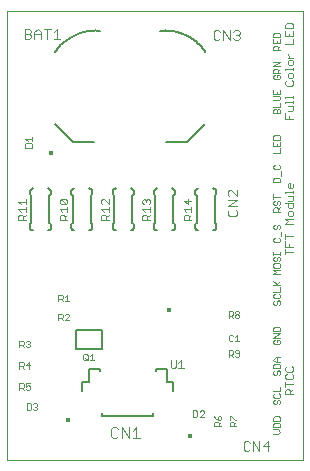
<source format=gto>
G75*
%MOIN*%
%OFA0B0*%
%FSLAX25Y25*%
%IPPOS*%
%LPD*%
%AMOC8*
5,1,8,0,0,1.08239X$1,22.5*
%
%ADD10C,0.00000*%
%ADD11C,0.00200*%
%ADD12R,0.01575X0.01575*%
%ADD13C,0.00500*%
%ADD14C,0.00300*%
%ADD15C,0.00400*%
%ADD16C,0.00600*%
D10*
X0037739Y0009674D02*
X0037739Y0159280D01*
X0136164Y0159280D01*
X0136164Y0009674D01*
X0037739Y0009674D01*
D11*
X0044118Y0026309D02*
X0045200Y0026309D01*
X0045561Y0026670D01*
X0045561Y0028113D01*
X0045200Y0028473D01*
X0044118Y0028473D01*
X0044118Y0026309D01*
X0046293Y0026670D02*
X0046654Y0026309D01*
X0047375Y0026309D01*
X0047736Y0026670D01*
X0047736Y0027031D01*
X0047375Y0027391D01*
X0047015Y0027391D01*
X0047375Y0027391D02*
X0047736Y0027752D01*
X0047736Y0028113D01*
X0047375Y0028473D01*
X0046654Y0028473D01*
X0046293Y0028113D01*
X0045013Y0033002D02*
X0044292Y0033002D01*
X0043931Y0033363D01*
X0043931Y0034084D02*
X0044653Y0034445D01*
X0045013Y0034445D01*
X0045374Y0034084D01*
X0045374Y0033363D01*
X0045013Y0033002D01*
X0043931Y0034084D02*
X0043931Y0035166D01*
X0045374Y0035166D01*
X0043199Y0034806D02*
X0043199Y0034084D01*
X0042838Y0033724D01*
X0041756Y0033724D01*
X0042477Y0033724D02*
X0043199Y0033002D01*
X0041756Y0033002D02*
X0041756Y0035166D01*
X0042838Y0035166D01*
X0043199Y0034806D01*
X0043199Y0040089D02*
X0042477Y0040810D01*
X0042838Y0040810D02*
X0041756Y0040810D01*
X0041756Y0040089D02*
X0041756Y0042253D01*
X0042838Y0042253D01*
X0043199Y0041892D01*
X0043199Y0041171D01*
X0042838Y0040810D01*
X0043931Y0041171D02*
X0045013Y0042253D01*
X0045013Y0040089D01*
X0045374Y0041171D02*
X0043931Y0041171D01*
X0044292Y0047176D02*
X0043931Y0047536D01*
X0044292Y0047176D02*
X0045013Y0047176D01*
X0045374Y0047536D01*
X0045374Y0047897D01*
X0045013Y0048258D01*
X0044653Y0048258D01*
X0045013Y0048258D02*
X0045374Y0048618D01*
X0045374Y0048979D01*
X0045013Y0049340D01*
X0044292Y0049340D01*
X0043931Y0048979D01*
X0043199Y0048979D02*
X0043199Y0048258D01*
X0042838Y0047897D01*
X0041756Y0047897D01*
X0041756Y0047176D02*
X0041756Y0049340D01*
X0042838Y0049340D01*
X0043199Y0048979D01*
X0042477Y0047897D02*
X0043199Y0047176D01*
X0054748Y0056231D02*
X0054748Y0058395D01*
X0055830Y0058395D01*
X0056191Y0058034D01*
X0056191Y0057313D01*
X0055830Y0056952D01*
X0054748Y0056952D01*
X0055470Y0056952D02*
X0056191Y0056231D01*
X0056923Y0056231D02*
X0058366Y0057673D01*
X0058366Y0058034D01*
X0058005Y0058395D01*
X0057284Y0058395D01*
X0056923Y0058034D01*
X0056923Y0056231D02*
X0058366Y0056231D01*
X0058366Y0062530D02*
X0056923Y0062530D01*
X0057645Y0062530D02*
X0057645Y0064694D01*
X0056923Y0063973D01*
X0056191Y0064333D02*
X0056191Y0063612D01*
X0055830Y0063251D01*
X0054748Y0063251D01*
X0054748Y0062530D02*
X0054748Y0064694D01*
X0055830Y0064694D01*
X0056191Y0064333D01*
X0055470Y0063251D02*
X0056191Y0062530D01*
X0063377Y0045009D02*
X0064098Y0045009D01*
X0064459Y0044648D01*
X0064459Y0043206D01*
X0064098Y0042845D01*
X0063377Y0042845D01*
X0063016Y0043206D01*
X0063016Y0044648D01*
X0063377Y0045009D01*
X0063737Y0043566D02*
X0064459Y0042845D01*
X0065191Y0042845D02*
X0066634Y0042845D01*
X0065912Y0042845D02*
X0065912Y0045009D01*
X0065191Y0044288D01*
X0092131Y0042844D02*
X0092131Y0040675D01*
X0092565Y0040242D01*
X0093432Y0040242D01*
X0093866Y0040675D01*
X0093866Y0042844D01*
X0094709Y0041977D02*
X0095577Y0042844D01*
X0095577Y0040242D01*
X0096444Y0040242D02*
X0094709Y0040242D01*
X0099650Y0026111D02*
X0100732Y0026111D01*
X0101092Y0025751D01*
X0101092Y0024308D01*
X0100732Y0023947D01*
X0099650Y0023947D01*
X0099650Y0026111D01*
X0101825Y0025751D02*
X0102185Y0026111D01*
X0102907Y0026111D01*
X0103267Y0025751D01*
X0103267Y0025390D01*
X0101825Y0023947D01*
X0103267Y0023947D01*
X0106734Y0024396D02*
X0107095Y0023675D01*
X0107816Y0022953D01*
X0107816Y0024035D01*
X0108177Y0024396D01*
X0108538Y0024396D01*
X0108898Y0024035D01*
X0108898Y0023314D01*
X0108538Y0022953D01*
X0107816Y0022953D01*
X0107816Y0022221D02*
X0108177Y0021860D01*
X0108177Y0020778D01*
X0108898Y0020778D02*
X0106734Y0020778D01*
X0106734Y0021860D01*
X0107095Y0022221D01*
X0107816Y0022221D01*
X0108177Y0021500D02*
X0108898Y0022221D01*
X0111852Y0021860D02*
X0111852Y0020778D01*
X0114017Y0020778D01*
X0113295Y0020778D02*
X0113295Y0021860D01*
X0112934Y0022221D01*
X0112213Y0022221D01*
X0111852Y0021860D01*
X0111852Y0022953D02*
X0111852Y0024396D01*
X0112213Y0024396D01*
X0113656Y0022953D01*
X0114017Y0022953D01*
X0114017Y0022221D02*
X0113295Y0021500D01*
X0126419Y0021580D02*
X0126419Y0020498D01*
X0128583Y0020498D01*
X0128583Y0021580D01*
X0128223Y0021940D01*
X0126780Y0021940D01*
X0126419Y0021580D01*
X0126419Y0022673D02*
X0126419Y0023755D01*
X0126780Y0024115D01*
X0128223Y0024115D01*
X0128583Y0023755D01*
X0128583Y0022673D01*
X0126419Y0022673D01*
X0126419Y0019765D02*
X0127862Y0019765D01*
X0128583Y0019044D01*
X0127862Y0018322D01*
X0126419Y0018322D01*
X0126780Y0028165D02*
X0127141Y0028165D01*
X0127501Y0028526D01*
X0127501Y0029247D01*
X0127862Y0029608D01*
X0128223Y0029608D01*
X0128583Y0029247D01*
X0128583Y0028526D01*
X0128223Y0028165D01*
X0126780Y0028165D02*
X0126419Y0028526D01*
X0126419Y0029247D01*
X0126780Y0029608D01*
X0126780Y0030340D02*
X0128223Y0030340D01*
X0128583Y0030701D01*
X0128583Y0031422D01*
X0128223Y0031783D01*
X0128583Y0032515D02*
X0126419Y0032515D01*
X0126780Y0031783D02*
X0126419Y0031422D01*
X0126419Y0030701D01*
X0126780Y0030340D01*
X0128583Y0032515D02*
X0128583Y0033958D01*
X0130356Y0034008D02*
X0130356Y0035713D01*
X0130356Y0034861D02*
X0132914Y0034861D01*
X0132914Y0033176D02*
X0132061Y0032323D01*
X0132061Y0032750D02*
X0132061Y0031470D01*
X0132914Y0031470D02*
X0130356Y0031470D01*
X0130356Y0032750D01*
X0130782Y0033176D01*
X0131635Y0033176D01*
X0132061Y0032750D01*
X0132488Y0036546D02*
X0130782Y0036546D01*
X0130356Y0036972D01*
X0130356Y0037825D01*
X0130782Y0038251D01*
X0130782Y0039083D02*
X0132488Y0039083D01*
X0132914Y0039510D01*
X0132914Y0040362D01*
X0132488Y0040789D01*
X0130782Y0040789D02*
X0130356Y0040362D01*
X0130356Y0039510D01*
X0130782Y0039083D01*
X0132488Y0038251D02*
X0132914Y0037825D01*
X0132914Y0036972D01*
X0132488Y0036546D01*
X0128583Y0038368D02*
X0128223Y0038007D01*
X0128583Y0038368D02*
X0128583Y0039089D01*
X0128223Y0039450D01*
X0127862Y0039450D01*
X0127501Y0039089D01*
X0127501Y0038368D01*
X0127141Y0038007D01*
X0126780Y0038007D01*
X0126419Y0038368D01*
X0126419Y0039089D01*
X0126780Y0039450D01*
X0126419Y0040183D02*
X0126419Y0041265D01*
X0126780Y0041625D01*
X0128223Y0041625D01*
X0128583Y0041265D01*
X0128583Y0040183D01*
X0126419Y0040183D01*
X0127141Y0042358D02*
X0126419Y0043079D01*
X0127141Y0043800D01*
X0128583Y0043800D01*
X0127501Y0043800D02*
X0127501Y0042358D01*
X0127141Y0042358D02*
X0128583Y0042358D01*
X0128223Y0048244D02*
X0126780Y0048244D01*
X0126419Y0048604D01*
X0126419Y0049326D01*
X0126780Y0049686D01*
X0127501Y0049686D02*
X0127501Y0048965D01*
X0127501Y0049686D02*
X0128223Y0049686D01*
X0128583Y0049326D01*
X0128583Y0048604D01*
X0128223Y0048244D01*
X0128583Y0050419D02*
X0126419Y0050419D01*
X0128583Y0051861D01*
X0126419Y0051861D01*
X0126419Y0052594D02*
X0126419Y0053676D01*
X0126780Y0054037D01*
X0128223Y0054037D01*
X0128583Y0053676D01*
X0128583Y0052594D01*
X0126419Y0052594D01*
X0126780Y0061329D02*
X0127141Y0061329D01*
X0127501Y0061690D01*
X0127501Y0062411D01*
X0127862Y0062772D01*
X0128223Y0062772D01*
X0128583Y0062411D01*
X0128583Y0061690D01*
X0128223Y0061329D01*
X0126780Y0061329D02*
X0126419Y0061690D01*
X0126419Y0062411D01*
X0126780Y0062772D01*
X0126780Y0063504D02*
X0128223Y0063504D01*
X0128583Y0063865D01*
X0128583Y0064586D01*
X0128223Y0064947D01*
X0128583Y0065680D02*
X0128583Y0067122D01*
X0128583Y0067855D02*
X0126419Y0067855D01*
X0127501Y0068215D02*
X0128583Y0069297D01*
X0127862Y0067855D02*
X0126419Y0069297D01*
X0126419Y0071534D02*
X0127141Y0072256D01*
X0126419Y0072977D01*
X0128583Y0072977D01*
X0128223Y0073709D02*
X0128583Y0074070D01*
X0128583Y0074791D01*
X0128223Y0075152D01*
X0126780Y0075152D01*
X0126419Y0074791D01*
X0126419Y0074070D01*
X0126780Y0073709D01*
X0128223Y0073709D01*
X0128223Y0075885D02*
X0128583Y0076245D01*
X0128583Y0076967D01*
X0128223Y0077327D01*
X0127862Y0077327D01*
X0127501Y0076967D01*
X0127501Y0076245D01*
X0127141Y0075885D01*
X0126780Y0075885D01*
X0126419Y0076245D01*
X0126419Y0076967D01*
X0126780Y0077327D01*
X0126419Y0078060D02*
X0126419Y0078781D01*
X0126419Y0078420D02*
X0128583Y0078420D01*
X0128583Y0078060D02*
X0128583Y0078781D01*
X0130356Y0079070D02*
X0132914Y0079070D01*
X0132914Y0080755D02*
X0130356Y0080755D01*
X0130356Y0082461D01*
X0130356Y0083293D02*
X0130356Y0084998D01*
X0130356Y0084145D02*
X0132914Y0084145D01*
X0131635Y0081608D02*
X0131635Y0080755D01*
X0130356Y0079923D02*
X0130356Y0078218D01*
X0128223Y0082102D02*
X0128583Y0082463D01*
X0128583Y0083184D01*
X0128223Y0083545D01*
X0128944Y0084277D02*
X0128944Y0085720D01*
X0128223Y0086452D02*
X0128583Y0086813D01*
X0128583Y0087534D01*
X0128223Y0087895D01*
X0127862Y0087895D01*
X0127501Y0087534D01*
X0127501Y0086813D01*
X0127141Y0086452D01*
X0126780Y0086452D01*
X0126419Y0086813D01*
X0126419Y0087534D01*
X0126780Y0087895D01*
X0126780Y0083545D02*
X0126419Y0083184D01*
X0126419Y0082463D01*
X0126780Y0082102D01*
X0128223Y0082102D01*
X0130356Y0088368D02*
X0131209Y0089221D01*
X0130356Y0090073D01*
X0132914Y0090073D01*
X0132488Y0090906D02*
X0132914Y0091332D01*
X0132914Y0092185D01*
X0132488Y0092611D01*
X0131635Y0092611D01*
X0131209Y0092185D01*
X0131209Y0091332D01*
X0131635Y0090906D01*
X0132488Y0090906D01*
X0132488Y0093443D02*
X0131635Y0093443D01*
X0131209Y0093870D01*
X0131209Y0095149D01*
X0131209Y0095981D02*
X0132488Y0095981D01*
X0132914Y0096407D01*
X0132914Y0097686D01*
X0131209Y0097686D01*
X0130356Y0098518D02*
X0130356Y0098945D01*
X0132914Y0098945D01*
X0132914Y0099371D02*
X0132914Y0098518D01*
X0132488Y0100210D02*
X0131635Y0100210D01*
X0131209Y0100636D01*
X0131209Y0101489D01*
X0131635Y0101916D01*
X0132061Y0101916D01*
X0132061Y0100210D01*
X0132488Y0100210D02*
X0132914Y0100636D01*
X0132914Y0101489D01*
X0128583Y0102181D02*
X0128583Y0103263D01*
X0128223Y0103623D01*
X0126780Y0103623D01*
X0126419Y0103263D01*
X0126419Y0102181D01*
X0128583Y0102181D01*
X0128944Y0104356D02*
X0128944Y0105798D01*
X0128223Y0106531D02*
X0128583Y0106892D01*
X0128583Y0107613D01*
X0128223Y0107974D01*
X0126780Y0107974D02*
X0126419Y0107613D01*
X0126419Y0106892D01*
X0126780Y0106531D01*
X0128223Y0106531D01*
X0128583Y0112023D02*
X0126419Y0112023D01*
X0126419Y0114198D02*
X0128583Y0114198D01*
X0128583Y0115641D01*
X0128583Y0116373D02*
X0128583Y0117455D01*
X0128223Y0117816D01*
X0126780Y0117816D01*
X0126419Y0117455D01*
X0126419Y0116373D01*
X0128583Y0116373D01*
X0127501Y0114920D02*
X0127501Y0114198D01*
X0126419Y0114198D02*
X0126419Y0115641D01*
X0128583Y0113466D02*
X0128583Y0112023D01*
X0130356Y0123412D02*
X0130356Y0125118D01*
X0131209Y0125950D02*
X0132488Y0125950D01*
X0132914Y0126376D01*
X0132914Y0127655D01*
X0131209Y0127655D01*
X0130356Y0128488D02*
X0130356Y0128914D01*
X0132914Y0128914D01*
X0132914Y0128488D02*
X0132914Y0129340D01*
X0132914Y0130179D02*
X0132914Y0131032D01*
X0132914Y0130606D02*
X0130356Y0130606D01*
X0130356Y0130179D01*
X0128583Y0129820D02*
X0128583Y0130541D01*
X0128223Y0130902D01*
X0126419Y0130902D01*
X0126419Y0131634D02*
X0128583Y0131634D01*
X0128583Y0133077D01*
X0127501Y0132355D02*
X0127501Y0131634D01*
X0126419Y0131634D02*
X0126419Y0133077D01*
X0126780Y0136433D02*
X0128223Y0136433D01*
X0128583Y0136793D01*
X0128583Y0137515D01*
X0128223Y0137875D01*
X0127501Y0137875D01*
X0127501Y0137154D01*
X0126780Y0136433D02*
X0126419Y0136793D01*
X0126419Y0137515D01*
X0126780Y0137875D01*
X0126419Y0138608D02*
X0126419Y0139690D01*
X0126780Y0140050D01*
X0127501Y0140050D01*
X0127862Y0139690D01*
X0127862Y0138608D01*
X0127862Y0139329D02*
X0128583Y0140050D01*
X0128583Y0140783D02*
X0126419Y0140783D01*
X0128583Y0142226D01*
X0126419Y0142226D01*
X0126419Y0138608D02*
X0128583Y0138608D01*
X0130356Y0139484D02*
X0130356Y0139910D01*
X0132914Y0139910D01*
X0132914Y0139484D02*
X0132914Y0140336D01*
X0132488Y0141176D02*
X0132914Y0141602D01*
X0132914Y0142455D01*
X0132488Y0142881D01*
X0131635Y0142881D01*
X0131209Y0142455D01*
X0131209Y0141602D01*
X0131635Y0141176D01*
X0132488Y0141176D01*
X0132488Y0138652D02*
X0131635Y0138652D01*
X0131209Y0138225D01*
X0131209Y0137373D01*
X0131635Y0136946D01*
X0132488Y0136946D01*
X0132914Y0137373D01*
X0132914Y0138225D01*
X0132488Y0138652D01*
X0132488Y0136114D02*
X0132914Y0135688D01*
X0132914Y0134835D01*
X0132488Y0134409D01*
X0130782Y0134409D01*
X0130356Y0134835D01*
X0130356Y0135688D01*
X0130782Y0136114D01*
X0128583Y0129820D02*
X0128223Y0129459D01*
X0126419Y0129459D01*
X0126419Y0127284D02*
X0128583Y0127284D01*
X0128583Y0128727D01*
X0128223Y0126552D02*
X0128583Y0126191D01*
X0128583Y0125109D01*
X0126419Y0125109D01*
X0126419Y0126191D01*
X0126780Y0126552D01*
X0127141Y0126552D01*
X0127501Y0126191D01*
X0127501Y0125109D01*
X0127501Y0126191D02*
X0127862Y0126552D01*
X0128223Y0126552D01*
X0130356Y0123412D02*
X0132914Y0123412D01*
X0131635Y0123412D02*
X0131635Y0124265D01*
X0131209Y0143713D02*
X0132914Y0143713D01*
X0132061Y0143713D02*
X0131209Y0144566D01*
X0131209Y0144992D01*
X0128583Y0146275D02*
X0126419Y0146275D01*
X0126419Y0147357D01*
X0126780Y0147718D01*
X0127501Y0147718D01*
X0127862Y0147357D01*
X0127862Y0146275D01*
X0127862Y0146997D02*
X0128583Y0147718D01*
X0128583Y0148450D02*
X0128583Y0149893D01*
X0128583Y0150625D02*
X0128583Y0151707D01*
X0128223Y0152068D01*
X0126780Y0152068D01*
X0126419Y0151707D01*
X0126419Y0150625D01*
X0128583Y0150625D01*
X0130356Y0150903D02*
X0130356Y0152608D01*
X0130356Y0153441D02*
X0130356Y0154720D01*
X0130782Y0155146D01*
X0132488Y0155146D01*
X0132914Y0154720D01*
X0132914Y0153441D01*
X0130356Y0153441D01*
X0131635Y0151756D02*
X0131635Y0150903D01*
X0130356Y0150903D02*
X0132914Y0150903D01*
X0132914Y0152608D01*
X0132914Y0150071D02*
X0132914Y0148365D01*
X0130356Y0148365D01*
X0128583Y0148450D02*
X0126419Y0148450D01*
X0126419Y0149893D01*
X0127501Y0149172D02*
X0127501Y0148450D01*
X0126419Y0098131D02*
X0126419Y0096688D01*
X0126419Y0097410D02*
X0128583Y0097410D01*
X0128223Y0095956D02*
X0128583Y0095595D01*
X0128583Y0094874D01*
X0128223Y0094513D01*
X0127501Y0094874D02*
X0127501Y0095595D01*
X0127862Y0095956D01*
X0128223Y0095956D01*
X0127501Y0094874D02*
X0127141Y0094513D01*
X0126780Y0094513D01*
X0126419Y0094874D01*
X0126419Y0095595D01*
X0126780Y0095956D01*
X0126780Y0093781D02*
X0127501Y0093781D01*
X0127862Y0093420D01*
X0127862Y0092338D01*
X0128583Y0092338D02*
X0126419Y0092338D01*
X0126419Y0093420D01*
X0126780Y0093781D01*
X0127862Y0093060D02*
X0128583Y0093781D01*
X0130356Y0095149D02*
X0132914Y0095149D01*
X0132914Y0093870D01*
X0132488Y0093443D01*
X0132914Y0088368D02*
X0130356Y0088368D01*
X0128583Y0071534D02*
X0126419Y0071534D01*
X0126419Y0065680D02*
X0128583Y0065680D01*
X0126780Y0064947D02*
X0126419Y0064586D01*
X0126419Y0063865D01*
X0126780Y0063504D01*
X0115078Y0058821D02*
X0115078Y0058461D01*
X0114718Y0058100D01*
X0113996Y0058100D01*
X0113636Y0058461D01*
X0113636Y0058821D01*
X0113996Y0059182D01*
X0114718Y0059182D01*
X0115078Y0058821D01*
X0114718Y0058100D02*
X0115078Y0057739D01*
X0115078Y0057379D01*
X0114718Y0057018D01*
X0113996Y0057018D01*
X0113636Y0057379D01*
X0113636Y0057739D01*
X0113996Y0058100D01*
X0112903Y0058100D02*
X0112543Y0057739D01*
X0111461Y0057739D01*
X0111461Y0057018D02*
X0111461Y0059182D01*
X0112543Y0059182D01*
X0112903Y0058821D01*
X0112903Y0058100D01*
X0112182Y0057739D02*
X0112903Y0057018D01*
X0112543Y0051308D02*
X0111821Y0051308D01*
X0111461Y0050947D01*
X0111461Y0049505D01*
X0111821Y0049144D01*
X0112543Y0049144D01*
X0112903Y0049505D01*
X0113636Y0049144D02*
X0115078Y0049144D01*
X0114357Y0049144D02*
X0114357Y0051308D01*
X0113636Y0050587D01*
X0112903Y0050947D02*
X0112543Y0051308D01*
X0112543Y0046190D02*
X0111461Y0046190D01*
X0111461Y0044026D01*
X0111461Y0044747D02*
X0112543Y0044747D01*
X0112903Y0045108D01*
X0112903Y0045829D01*
X0112543Y0046190D01*
X0113636Y0045829D02*
X0113636Y0045469D01*
X0113996Y0045108D01*
X0115078Y0045108D01*
X0115078Y0044387D02*
X0115078Y0045829D01*
X0114718Y0046190D01*
X0113996Y0046190D01*
X0113636Y0045829D01*
X0113636Y0044387D02*
X0113996Y0044026D01*
X0114718Y0044026D01*
X0115078Y0044387D01*
X0112903Y0044026D02*
X0112182Y0044747D01*
X0045906Y0113711D02*
X0045906Y0114793D01*
X0045546Y0115154D01*
X0044103Y0115154D01*
X0043742Y0114793D01*
X0043742Y0113711D01*
X0045906Y0113711D01*
X0045906Y0115886D02*
X0045906Y0117329D01*
X0045906Y0116607D02*
X0043742Y0116607D01*
X0044464Y0115886D01*
D12*
X0052305Y0112036D03*
X0091676Y0059477D03*
X0057817Y0023060D03*
X0098762Y0017548D03*
D13*
X0086361Y0024241D02*
X0086361Y0025422D01*
X0086361Y0024241D02*
X0069431Y0024241D01*
X0069431Y0025422D01*
X0062739Y0032509D02*
X0062739Y0035658D01*
X0064904Y0035658D01*
X0064904Y0039989D01*
X0068644Y0039989D01*
X0068644Y0039202D01*
X0069235Y0046682D02*
X0069235Y0052981D01*
X0060573Y0052981D01*
X0060573Y0046682D01*
X0069235Y0046682D01*
X0087148Y0039989D02*
X0087148Y0039202D01*
X0087148Y0039989D02*
X0090888Y0039989D01*
X0090888Y0035658D01*
X0093054Y0035658D01*
X0093054Y0032509D01*
X0090683Y0115690D02*
X0097683Y0115690D01*
X0103683Y0121690D01*
X0103684Y0145690D02*
X0103457Y0146013D01*
X0103222Y0146330D01*
X0102980Y0146642D01*
X0102730Y0146947D01*
X0102473Y0147247D01*
X0102209Y0147540D01*
X0101937Y0147827D01*
X0101659Y0148107D01*
X0101374Y0148380D01*
X0101083Y0148646D01*
X0100785Y0148905D01*
X0100481Y0149156D01*
X0100171Y0149401D01*
X0099855Y0149637D01*
X0099533Y0149866D01*
X0099206Y0150087D01*
X0098874Y0150300D01*
X0098537Y0150505D01*
X0098194Y0150702D01*
X0097848Y0150890D01*
X0097496Y0151070D01*
X0097141Y0151241D01*
X0096781Y0151404D01*
X0096418Y0151557D01*
X0096050Y0151702D01*
X0095680Y0151838D01*
X0095306Y0151965D01*
X0094929Y0152083D01*
X0094550Y0152192D01*
X0094168Y0152291D01*
X0093784Y0152381D01*
X0093397Y0152462D01*
X0093009Y0152533D01*
X0092620Y0152595D01*
X0092228Y0152648D01*
X0091836Y0152691D01*
X0091443Y0152724D01*
X0091049Y0152748D01*
X0090654Y0152762D01*
X0090260Y0152767D01*
X0089865Y0152762D01*
X0089471Y0152748D01*
X0089077Y0152724D01*
X0088683Y0152690D01*
X0068684Y0152690D02*
X0068290Y0152724D01*
X0067896Y0152748D01*
X0067502Y0152762D01*
X0067107Y0152767D01*
X0066713Y0152762D01*
X0066318Y0152748D01*
X0065924Y0152724D01*
X0065531Y0152691D01*
X0065139Y0152648D01*
X0064747Y0152595D01*
X0064358Y0152533D01*
X0063970Y0152462D01*
X0063583Y0152381D01*
X0063199Y0152291D01*
X0062817Y0152192D01*
X0062438Y0152083D01*
X0062061Y0151965D01*
X0061687Y0151838D01*
X0061317Y0151702D01*
X0060949Y0151557D01*
X0060586Y0151404D01*
X0060226Y0151241D01*
X0059871Y0151070D01*
X0059519Y0150890D01*
X0059173Y0150702D01*
X0058830Y0150505D01*
X0058493Y0150300D01*
X0058161Y0150087D01*
X0057834Y0149866D01*
X0057512Y0149637D01*
X0057196Y0149401D01*
X0056886Y0149156D01*
X0056582Y0148905D01*
X0056284Y0148646D01*
X0055993Y0148380D01*
X0055708Y0148107D01*
X0055430Y0147827D01*
X0055158Y0147540D01*
X0054894Y0147247D01*
X0054637Y0146947D01*
X0054387Y0146642D01*
X0054145Y0146330D01*
X0053910Y0146013D01*
X0053683Y0145690D01*
X0053683Y0121690D02*
X0059683Y0115690D01*
X0066683Y0115690D01*
D14*
X0069398Y0096459D02*
X0068989Y0096049D01*
X0068989Y0095230D01*
X0069398Y0094820D01*
X0069398Y0096459D02*
X0069808Y0096459D01*
X0071447Y0094820D01*
X0071447Y0096459D01*
X0071447Y0093922D02*
X0071447Y0092283D01*
X0071447Y0093102D02*
X0068989Y0093102D01*
X0069808Y0092283D01*
X0069398Y0091384D02*
X0070218Y0091384D01*
X0070627Y0090974D01*
X0070627Y0089745D01*
X0070627Y0090565D02*
X0071447Y0091384D01*
X0071447Y0089745D02*
X0068989Y0089745D01*
X0068989Y0090974D01*
X0069398Y0091384D01*
X0057667Y0091384D02*
X0056848Y0090565D01*
X0056848Y0090974D02*
X0056848Y0089745D01*
X0057667Y0089745D02*
X0055209Y0089745D01*
X0055209Y0090974D01*
X0055619Y0091384D01*
X0056438Y0091384D01*
X0056848Y0090974D01*
X0057667Y0092283D02*
X0057667Y0093922D01*
X0057667Y0093102D02*
X0055209Y0093102D01*
X0056029Y0092283D01*
X0055619Y0094820D02*
X0055209Y0095230D01*
X0055209Y0096049D01*
X0055619Y0096459D01*
X0057258Y0094820D01*
X0057667Y0095230D01*
X0057667Y0096049D01*
X0057258Y0096459D01*
X0055619Y0096459D01*
X0055619Y0094820D02*
X0057258Y0094820D01*
X0043888Y0094820D02*
X0043888Y0096459D01*
X0043888Y0095640D02*
X0041430Y0095640D01*
X0042249Y0094820D01*
X0041430Y0093102D02*
X0043888Y0093102D01*
X0043888Y0092283D02*
X0043888Y0093922D01*
X0042249Y0092283D02*
X0041430Y0093102D01*
X0041839Y0091384D02*
X0042659Y0091384D01*
X0043068Y0090974D01*
X0043068Y0089745D01*
X0043068Y0090565D02*
X0043888Y0091384D01*
X0043888Y0089745D02*
X0041430Y0089745D01*
X0041430Y0090974D01*
X0041839Y0091384D01*
X0082768Y0090974D02*
X0082768Y0089745D01*
X0085226Y0089745D01*
X0084407Y0089745D02*
X0084407Y0090974D01*
X0083997Y0091384D01*
X0083178Y0091384D01*
X0082768Y0090974D01*
X0083588Y0092283D02*
X0082768Y0093102D01*
X0085226Y0093102D01*
X0085226Y0092283D02*
X0085226Y0093922D01*
X0084817Y0094820D02*
X0085226Y0095230D01*
X0085226Y0096049D01*
X0084817Y0096459D01*
X0084407Y0096459D01*
X0083997Y0096049D01*
X0083997Y0095640D01*
X0083997Y0096049D02*
X0083588Y0096459D01*
X0083178Y0096459D01*
X0082768Y0096049D01*
X0082768Y0095230D01*
X0083178Y0094820D01*
X0085226Y0091384D02*
X0084407Y0090565D01*
X0096548Y0090974D02*
X0096548Y0089745D01*
X0099006Y0089745D01*
X0098187Y0089745D02*
X0098187Y0090974D01*
X0097777Y0091384D01*
X0096958Y0091384D01*
X0096548Y0090974D01*
X0097367Y0092283D02*
X0096548Y0093102D01*
X0099006Y0093102D01*
X0099006Y0092283D02*
X0099006Y0093922D01*
X0097777Y0094820D02*
X0097777Y0096459D01*
X0099006Y0096049D02*
X0096548Y0096049D01*
X0097777Y0094820D01*
X0099006Y0091384D02*
X0098187Y0090565D01*
X0055431Y0150021D02*
X0053267Y0150021D01*
X0054349Y0150021D02*
X0054349Y0153267D01*
X0053267Y0152185D01*
X0052168Y0153267D02*
X0050004Y0153267D01*
X0051086Y0153267D02*
X0051086Y0150021D01*
X0048906Y0150021D02*
X0048906Y0152185D01*
X0047824Y0153267D01*
X0046742Y0152185D01*
X0046742Y0150021D01*
X0045643Y0150562D02*
X0045643Y0151103D01*
X0045102Y0151644D01*
X0043479Y0151644D01*
X0043479Y0150021D02*
X0043479Y0153267D01*
X0045102Y0153267D01*
X0045643Y0152726D01*
X0045643Y0152185D01*
X0045102Y0151644D01*
X0045643Y0150562D02*
X0045102Y0150021D01*
X0043479Y0150021D01*
X0046742Y0151644D02*
X0048906Y0151644D01*
X0072895Y0020551D02*
X0072289Y0019944D01*
X0072289Y0017517D01*
X0072895Y0016911D01*
X0074109Y0016911D01*
X0074715Y0017517D01*
X0075914Y0016911D02*
X0075914Y0020551D01*
X0078341Y0016911D01*
X0078341Y0020551D01*
X0079539Y0019337D02*
X0080752Y0020551D01*
X0080752Y0016911D01*
X0079539Y0016911D02*
X0081966Y0016911D01*
X0074715Y0019944D02*
X0074109Y0020551D01*
X0072895Y0020551D01*
D15*
X0116459Y0015259D02*
X0116459Y0013190D01*
X0116976Y0012673D01*
X0118011Y0012673D01*
X0118528Y0013190D01*
X0119682Y0012673D02*
X0119682Y0015776D01*
X0121750Y0012673D01*
X0121750Y0015776D01*
X0122905Y0014225D02*
X0124973Y0014225D01*
X0124456Y0015776D02*
X0124456Y0012673D01*
X0122905Y0014225D02*
X0124456Y0015776D01*
X0118528Y0015259D02*
X0118011Y0015776D01*
X0116976Y0015776D01*
X0116459Y0015259D01*
X0113786Y0090976D02*
X0111689Y0090976D01*
X0111164Y0091501D01*
X0111164Y0092549D01*
X0111689Y0093074D01*
X0111164Y0094239D02*
X0114310Y0096336D01*
X0111164Y0096336D01*
X0111689Y0097502D02*
X0111164Y0098026D01*
X0111164Y0099075D01*
X0111689Y0099599D01*
X0112213Y0099599D01*
X0114310Y0097502D01*
X0114310Y0099599D01*
X0114310Y0094239D02*
X0111164Y0094239D01*
X0113786Y0093074D02*
X0114310Y0092549D01*
X0114310Y0091501D01*
X0113786Y0090976D01*
X0113547Y0149638D02*
X0113022Y0150162D01*
X0113547Y0149638D02*
X0114595Y0149638D01*
X0115120Y0150162D01*
X0115120Y0150686D01*
X0114595Y0151211D01*
X0114071Y0151211D01*
X0114595Y0151211D02*
X0115120Y0151735D01*
X0115120Y0152259D01*
X0114595Y0152784D01*
X0113547Y0152784D01*
X0113022Y0152259D01*
X0111857Y0152784D02*
X0111857Y0149638D01*
X0109760Y0152784D01*
X0109760Y0149638D01*
X0108594Y0150162D02*
X0108070Y0149638D01*
X0107021Y0149638D01*
X0106497Y0150162D01*
X0106497Y0152259D01*
X0107021Y0152784D01*
X0108070Y0152784D01*
X0108594Y0152259D01*
D16*
X0107380Y0099139D02*
X0107380Y0098139D01*
X0106880Y0097639D01*
X0106880Y0088639D01*
X0107380Y0088139D01*
X0107380Y0087139D01*
X0107378Y0087079D01*
X0107373Y0087018D01*
X0107364Y0086959D01*
X0107351Y0086900D01*
X0107335Y0086841D01*
X0107315Y0086784D01*
X0107292Y0086729D01*
X0107265Y0086674D01*
X0107236Y0086622D01*
X0107203Y0086571D01*
X0107167Y0086522D01*
X0107129Y0086476D01*
X0107087Y0086432D01*
X0107043Y0086390D01*
X0106997Y0086352D01*
X0106948Y0086316D01*
X0106897Y0086283D01*
X0106845Y0086254D01*
X0106790Y0086227D01*
X0106735Y0086204D01*
X0106678Y0086184D01*
X0106619Y0086168D01*
X0106560Y0086155D01*
X0106501Y0086146D01*
X0106440Y0086141D01*
X0106380Y0086139D01*
X0101380Y0086139D02*
X0101320Y0086141D01*
X0101259Y0086146D01*
X0101200Y0086155D01*
X0101141Y0086168D01*
X0101082Y0086184D01*
X0101025Y0086204D01*
X0100970Y0086227D01*
X0100915Y0086254D01*
X0100863Y0086283D01*
X0100812Y0086316D01*
X0100763Y0086352D01*
X0100717Y0086390D01*
X0100673Y0086432D01*
X0100631Y0086476D01*
X0100593Y0086522D01*
X0100557Y0086571D01*
X0100524Y0086622D01*
X0100495Y0086674D01*
X0100468Y0086729D01*
X0100445Y0086784D01*
X0100425Y0086841D01*
X0100409Y0086900D01*
X0100396Y0086959D01*
X0100387Y0087018D01*
X0100382Y0087079D01*
X0100380Y0087139D01*
X0100380Y0088139D01*
X0100880Y0088639D01*
X0100880Y0097639D01*
X0100380Y0098139D01*
X0100380Y0099139D01*
X0100382Y0099199D01*
X0100387Y0099260D01*
X0100396Y0099319D01*
X0100409Y0099378D01*
X0100425Y0099437D01*
X0100445Y0099494D01*
X0100468Y0099549D01*
X0100495Y0099604D01*
X0100524Y0099656D01*
X0100557Y0099707D01*
X0100593Y0099756D01*
X0100631Y0099802D01*
X0100673Y0099846D01*
X0100717Y0099888D01*
X0100763Y0099926D01*
X0100812Y0099962D01*
X0100863Y0099995D01*
X0100915Y0100024D01*
X0100970Y0100051D01*
X0101025Y0100074D01*
X0101082Y0100094D01*
X0101141Y0100110D01*
X0101200Y0100123D01*
X0101259Y0100132D01*
X0101320Y0100137D01*
X0101380Y0100139D01*
X0106380Y0100139D02*
X0106440Y0100137D01*
X0106501Y0100132D01*
X0106560Y0100123D01*
X0106619Y0100110D01*
X0106678Y0100094D01*
X0106735Y0100074D01*
X0106790Y0100051D01*
X0106845Y0100024D01*
X0106897Y0099995D01*
X0106948Y0099962D01*
X0106997Y0099926D01*
X0107043Y0099888D01*
X0107087Y0099846D01*
X0107129Y0099802D01*
X0107167Y0099756D01*
X0107203Y0099707D01*
X0107236Y0099656D01*
X0107265Y0099604D01*
X0107292Y0099549D01*
X0107315Y0099494D01*
X0107335Y0099437D01*
X0107351Y0099378D01*
X0107364Y0099319D01*
X0107373Y0099260D01*
X0107378Y0099199D01*
X0107380Y0099139D01*
X0093601Y0099139D02*
X0093601Y0098139D01*
X0093101Y0097639D01*
X0093101Y0088639D01*
X0093601Y0088139D01*
X0093601Y0087139D01*
X0093599Y0087079D01*
X0093594Y0087018D01*
X0093585Y0086959D01*
X0093572Y0086900D01*
X0093556Y0086841D01*
X0093536Y0086784D01*
X0093513Y0086729D01*
X0093486Y0086674D01*
X0093457Y0086622D01*
X0093424Y0086571D01*
X0093388Y0086522D01*
X0093350Y0086476D01*
X0093308Y0086432D01*
X0093264Y0086390D01*
X0093218Y0086352D01*
X0093169Y0086316D01*
X0093118Y0086283D01*
X0093066Y0086254D01*
X0093011Y0086227D01*
X0092956Y0086204D01*
X0092899Y0086184D01*
X0092840Y0086168D01*
X0092781Y0086155D01*
X0092722Y0086146D01*
X0092661Y0086141D01*
X0092601Y0086139D01*
X0087601Y0086139D02*
X0087541Y0086141D01*
X0087480Y0086146D01*
X0087421Y0086155D01*
X0087362Y0086168D01*
X0087303Y0086184D01*
X0087246Y0086204D01*
X0087191Y0086227D01*
X0087136Y0086254D01*
X0087084Y0086283D01*
X0087033Y0086316D01*
X0086984Y0086352D01*
X0086938Y0086390D01*
X0086894Y0086432D01*
X0086852Y0086476D01*
X0086814Y0086522D01*
X0086778Y0086571D01*
X0086745Y0086622D01*
X0086716Y0086674D01*
X0086689Y0086729D01*
X0086666Y0086784D01*
X0086646Y0086841D01*
X0086630Y0086900D01*
X0086617Y0086959D01*
X0086608Y0087018D01*
X0086603Y0087079D01*
X0086601Y0087139D01*
X0086601Y0088139D01*
X0087101Y0088639D01*
X0087101Y0097639D01*
X0086601Y0098139D01*
X0086601Y0099139D01*
X0086603Y0099199D01*
X0086608Y0099260D01*
X0086617Y0099319D01*
X0086630Y0099378D01*
X0086646Y0099437D01*
X0086666Y0099494D01*
X0086689Y0099549D01*
X0086716Y0099604D01*
X0086745Y0099656D01*
X0086778Y0099707D01*
X0086814Y0099756D01*
X0086852Y0099802D01*
X0086894Y0099846D01*
X0086938Y0099888D01*
X0086984Y0099926D01*
X0087033Y0099962D01*
X0087084Y0099995D01*
X0087136Y0100024D01*
X0087191Y0100051D01*
X0087246Y0100074D01*
X0087303Y0100094D01*
X0087362Y0100110D01*
X0087421Y0100123D01*
X0087480Y0100132D01*
X0087541Y0100137D01*
X0087601Y0100139D01*
X0092601Y0100139D02*
X0092661Y0100137D01*
X0092722Y0100132D01*
X0092781Y0100123D01*
X0092840Y0100110D01*
X0092899Y0100094D01*
X0092956Y0100074D01*
X0093011Y0100051D01*
X0093066Y0100024D01*
X0093118Y0099995D01*
X0093169Y0099962D01*
X0093218Y0099926D01*
X0093264Y0099888D01*
X0093308Y0099846D01*
X0093350Y0099802D01*
X0093388Y0099756D01*
X0093424Y0099707D01*
X0093457Y0099656D01*
X0093486Y0099604D01*
X0093513Y0099549D01*
X0093536Y0099494D01*
X0093556Y0099437D01*
X0093572Y0099378D01*
X0093585Y0099319D01*
X0093594Y0099260D01*
X0093599Y0099199D01*
X0093601Y0099139D01*
X0079821Y0099139D02*
X0079821Y0098139D01*
X0079321Y0097639D01*
X0079321Y0088639D01*
X0079821Y0088139D01*
X0079821Y0087139D01*
X0079819Y0087079D01*
X0079814Y0087018D01*
X0079805Y0086959D01*
X0079792Y0086900D01*
X0079776Y0086841D01*
X0079756Y0086784D01*
X0079733Y0086729D01*
X0079706Y0086674D01*
X0079677Y0086622D01*
X0079644Y0086571D01*
X0079608Y0086522D01*
X0079570Y0086476D01*
X0079528Y0086432D01*
X0079484Y0086390D01*
X0079438Y0086352D01*
X0079389Y0086316D01*
X0079338Y0086283D01*
X0079286Y0086254D01*
X0079231Y0086227D01*
X0079176Y0086204D01*
X0079119Y0086184D01*
X0079060Y0086168D01*
X0079001Y0086155D01*
X0078942Y0086146D01*
X0078881Y0086141D01*
X0078821Y0086139D01*
X0073821Y0086139D02*
X0073761Y0086141D01*
X0073700Y0086146D01*
X0073641Y0086155D01*
X0073582Y0086168D01*
X0073523Y0086184D01*
X0073466Y0086204D01*
X0073411Y0086227D01*
X0073356Y0086254D01*
X0073304Y0086283D01*
X0073253Y0086316D01*
X0073204Y0086352D01*
X0073158Y0086390D01*
X0073114Y0086432D01*
X0073072Y0086476D01*
X0073034Y0086522D01*
X0072998Y0086571D01*
X0072965Y0086622D01*
X0072936Y0086674D01*
X0072909Y0086729D01*
X0072886Y0086784D01*
X0072866Y0086841D01*
X0072850Y0086900D01*
X0072837Y0086959D01*
X0072828Y0087018D01*
X0072823Y0087079D01*
X0072821Y0087139D01*
X0072821Y0088139D01*
X0073321Y0088639D01*
X0073321Y0097639D01*
X0072821Y0098139D01*
X0072821Y0099139D01*
X0072823Y0099199D01*
X0072828Y0099260D01*
X0072837Y0099319D01*
X0072850Y0099378D01*
X0072866Y0099437D01*
X0072886Y0099494D01*
X0072909Y0099549D01*
X0072936Y0099604D01*
X0072965Y0099656D01*
X0072998Y0099707D01*
X0073034Y0099756D01*
X0073072Y0099802D01*
X0073114Y0099846D01*
X0073158Y0099888D01*
X0073204Y0099926D01*
X0073253Y0099962D01*
X0073304Y0099995D01*
X0073356Y0100024D01*
X0073411Y0100051D01*
X0073466Y0100074D01*
X0073523Y0100094D01*
X0073582Y0100110D01*
X0073641Y0100123D01*
X0073700Y0100132D01*
X0073761Y0100137D01*
X0073821Y0100139D01*
X0078821Y0100139D02*
X0078881Y0100137D01*
X0078942Y0100132D01*
X0079001Y0100123D01*
X0079060Y0100110D01*
X0079119Y0100094D01*
X0079176Y0100074D01*
X0079231Y0100051D01*
X0079286Y0100024D01*
X0079338Y0099995D01*
X0079389Y0099962D01*
X0079438Y0099926D01*
X0079484Y0099888D01*
X0079528Y0099846D01*
X0079570Y0099802D01*
X0079608Y0099756D01*
X0079644Y0099707D01*
X0079677Y0099656D01*
X0079706Y0099604D01*
X0079733Y0099549D01*
X0079756Y0099494D01*
X0079776Y0099437D01*
X0079792Y0099378D01*
X0079805Y0099319D01*
X0079814Y0099260D01*
X0079819Y0099199D01*
X0079821Y0099139D01*
X0066042Y0099139D02*
X0066042Y0098139D01*
X0065542Y0097639D01*
X0065542Y0088639D01*
X0066042Y0088139D01*
X0066042Y0087139D01*
X0066040Y0087079D01*
X0066035Y0087018D01*
X0066026Y0086959D01*
X0066013Y0086900D01*
X0065997Y0086841D01*
X0065977Y0086784D01*
X0065954Y0086729D01*
X0065927Y0086674D01*
X0065898Y0086622D01*
X0065865Y0086571D01*
X0065829Y0086522D01*
X0065791Y0086476D01*
X0065749Y0086432D01*
X0065705Y0086390D01*
X0065659Y0086352D01*
X0065610Y0086316D01*
X0065559Y0086283D01*
X0065507Y0086254D01*
X0065452Y0086227D01*
X0065397Y0086204D01*
X0065340Y0086184D01*
X0065281Y0086168D01*
X0065222Y0086155D01*
X0065163Y0086146D01*
X0065102Y0086141D01*
X0065042Y0086139D01*
X0060042Y0086139D02*
X0059982Y0086141D01*
X0059921Y0086146D01*
X0059862Y0086155D01*
X0059803Y0086168D01*
X0059744Y0086184D01*
X0059687Y0086204D01*
X0059632Y0086227D01*
X0059577Y0086254D01*
X0059525Y0086283D01*
X0059474Y0086316D01*
X0059425Y0086352D01*
X0059379Y0086390D01*
X0059335Y0086432D01*
X0059293Y0086476D01*
X0059255Y0086522D01*
X0059219Y0086571D01*
X0059186Y0086622D01*
X0059157Y0086674D01*
X0059130Y0086729D01*
X0059107Y0086784D01*
X0059087Y0086841D01*
X0059071Y0086900D01*
X0059058Y0086959D01*
X0059049Y0087018D01*
X0059044Y0087079D01*
X0059042Y0087139D01*
X0059042Y0088139D01*
X0059542Y0088639D01*
X0059542Y0097639D01*
X0059042Y0098139D01*
X0059042Y0099139D01*
X0059044Y0099199D01*
X0059049Y0099260D01*
X0059058Y0099319D01*
X0059071Y0099378D01*
X0059087Y0099437D01*
X0059107Y0099494D01*
X0059130Y0099549D01*
X0059157Y0099604D01*
X0059186Y0099656D01*
X0059219Y0099707D01*
X0059255Y0099756D01*
X0059293Y0099802D01*
X0059335Y0099846D01*
X0059379Y0099888D01*
X0059425Y0099926D01*
X0059474Y0099962D01*
X0059525Y0099995D01*
X0059577Y0100024D01*
X0059632Y0100051D01*
X0059687Y0100074D01*
X0059744Y0100094D01*
X0059803Y0100110D01*
X0059862Y0100123D01*
X0059921Y0100132D01*
X0059982Y0100137D01*
X0060042Y0100139D01*
X0065042Y0100139D02*
X0065102Y0100137D01*
X0065163Y0100132D01*
X0065222Y0100123D01*
X0065281Y0100110D01*
X0065340Y0100094D01*
X0065397Y0100074D01*
X0065452Y0100051D01*
X0065507Y0100024D01*
X0065559Y0099995D01*
X0065610Y0099962D01*
X0065659Y0099926D01*
X0065705Y0099888D01*
X0065749Y0099846D01*
X0065791Y0099802D01*
X0065829Y0099756D01*
X0065865Y0099707D01*
X0065898Y0099656D01*
X0065927Y0099604D01*
X0065954Y0099549D01*
X0065977Y0099494D01*
X0065997Y0099437D01*
X0066013Y0099378D01*
X0066026Y0099319D01*
X0066035Y0099260D01*
X0066040Y0099199D01*
X0066042Y0099139D01*
X0052262Y0099139D02*
X0052262Y0098139D01*
X0051762Y0097639D01*
X0051762Y0088639D01*
X0052262Y0088139D01*
X0052262Y0087139D01*
X0052260Y0087079D01*
X0052255Y0087018D01*
X0052246Y0086959D01*
X0052233Y0086900D01*
X0052217Y0086841D01*
X0052197Y0086784D01*
X0052174Y0086729D01*
X0052147Y0086674D01*
X0052118Y0086622D01*
X0052085Y0086571D01*
X0052049Y0086522D01*
X0052011Y0086476D01*
X0051969Y0086432D01*
X0051925Y0086390D01*
X0051879Y0086352D01*
X0051830Y0086316D01*
X0051779Y0086283D01*
X0051727Y0086254D01*
X0051672Y0086227D01*
X0051617Y0086204D01*
X0051560Y0086184D01*
X0051501Y0086168D01*
X0051442Y0086155D01*
X0051383Y0086146D01*
X0051322Y0086141D01*
X0051262Y0086139D01*
X0046262Y0086139D02*
X0046202Y0086141D01*
X0046141Y0086146D01*
X0046082Y0086155D01*
X0046023Y0086168D01*
X0045964Y0086184D01*
X0045907Y0086204D01*
X0045852Y0086227D01*
X0045797Y0086254D01*
X0045745Y0086283D01*
X0045694Y0086316D01*
X0045645Y0086352D01*
X0045599Y0086390D01*
X0045555Y0086432D01*
X0045513Y0086476D01*
X0045475Y0086522D01*
X0045439Y0086571D01*
X0045406Y0086622D01*
X0045377Y0086674D01*
X0045350Y0086729D01*
X0045327Y0086784D01*
X0045307Y0086841D01*
X0045291Y0086900D01*
X0045278Y0086959D01*
X0045269Y0087018D01*
X0045264Y0087079D01*
X0045262Y0087139D01*
X0045262Y0088139D01*
X0045762Y0088639D01*
X0045762Y0097639D01*
X0045262Y0098139D01*
X0045262Y0099139D01*
X0045264Y0099199D01*
X0045269Y0099260D01*
X0045278Y0099319D01*
X0045291Y0099378D01*
X0045307Y0099437D01*
X0045327Y0099494D01*
X0045350Y0099549D01*
X0045377Y0099604D01*
X0045406Y0099656D01*
X0045439Y0099707D01*
X0045475Y0099756D01*
X0045513Y0099802D01*
X0045555Y0099846D01*
X0045599Y0099888D01*
X0045645Y0099926D01*
X0045694Y0099962D01*
X0045745Y0099995D01*
X0045797Y0100024D01*
X0045852Y0100051D01*
X0045907Y0100074D01*
X0045964Y0100094D01*
X0046023Y0100110D01*
X0046082Y0100123D01*
X0046141Y0100132D01*
X0046202Y0100137D01*
X0046262Y0100139D01*
X0051262Y0100139D02*
X0051322Y0100137D01*
X0051383Y0100132D01*
X0051442Y0100123D01*
X0051501Y0100110D01*
X0051560Y0100094D01*
X0051617Y0100074D01*
X0051672Y0100051D01*
X0051727Y0100024D01*
X0051779Y0099995D01*
X0051830Y0099962D01*
X0051879Y0099926D01*
X0051925Y0099888D01*
X0051969Y0099846D01*
X0052011Y0099802D01*
X0052049Y0099756D01*
X0052085Y0099707D01*
X0052118Y0099656D01*
X0052147Y0099604D01*
X0052174Y0099549D01*
X0052197Y0099494D01*
X0052217Y0099437D01*
X0052233Y0099378D01*
X0052246Y0099319D01*
X0052255Y0099260D01*
X0052260Y0099199D01*
X0052262Y0099139D01*
M02*

</source>
